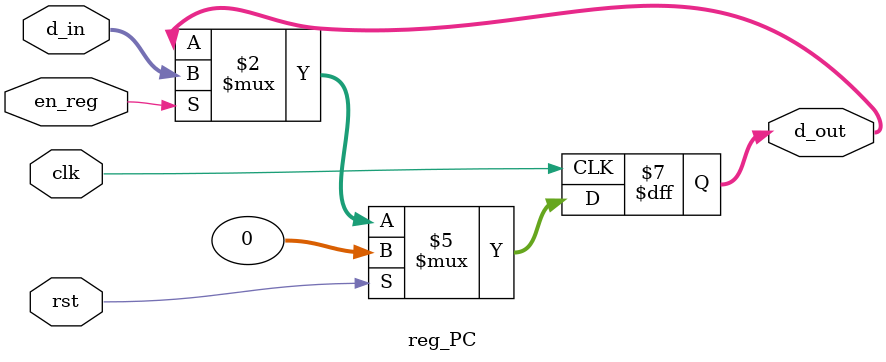
<source format=v>
module reg_PC ( clk, rst, en_reg, d_in, d_out );
    input clk, rst, en_reg;
    input [31:0]	d_in;
    output reg [31:0] d_out;
   
    always @( posedge clk ) begin
        if ( rst )
			d_out <= 32'b0;
        else if ( en_reg )
			d_out <= d_in;
    end
	
	

endmodule
	

</source>
